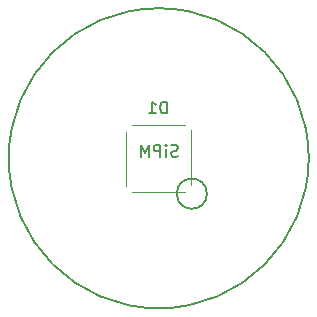
<source format=gbo>
%TF.GenerationSoftware,KiCad,Pcbnew,7.0.6*%
%TF.CreationDate,2023-08-28T22:53:50+01:00*%
%TF.ProjectId,SiPM Bias,5369504d-2042-4696-9173-2e6b69636164,rev?*%
%TF.SameCoordinates,Original*%
%TF.FileFunction,Legend,Bot*%
%TF.FilePolarity,Positive*%
%FSLAX46Y46*%
G04 Gerber Fmt 4.6, Leading zero omitted, Abs format (unit mm)*
G04 Created by KiCad (PCBNEW 7.0.6) date 2023-08-28 22:53:50*
%MOMM*%
%LPD*%
G01*
G04 APERTURE LIST*
%ADD10C,0.150000*%
%ADD11C,0.200000*%
%ADD12C,0.120000*%
G04 APERTURE END LIST*
D10*
X153724754Y-94450001D02*
G75*
G03*
X153724754Y-94450001I-1274754J0D01*
G01*
D11*
X162350001Y-91450001D02*
G75*
G03*
X162350001Y-91450001I-12700000J0D01*
G01*
D10*
X150338095Y-87654820D02*
X150338095Y-86654820D01*
X150338095Y-86654820D02*
X150100000Y-86654820D01*
X150100000Y-86654820D02*
X149957143Y-86702439D01*
X149957143Y-86702439D02*
X149861905Y-86797677D01*
X149861905Y-86797677D02*
X149814286Y-86892915D01*
X149814286Y-86892915D02*
X149766667Y-87083391D01*
X149766667Y-87083391D02*
X149766667Y-87226248D01*
X149766667Y-87226248D02*
X149814286Y-87416724D01*
X149814286Y-87416724D02*
X149861905Y-87511962D01*
X149861905Y-87511962D02*
X149957143Y-87607201D01*
X149957143Y-87607201D02*
X150100000Y-87654820D01*
X150100000Y-87654820D02*
X150338095Y-87654820D01*
X148814286Y-87654820D02*
X149385714Y-87654820D01*
X149100000Y-87654820D02*
X149100000Y-86654820D01*
X149100000Y-86654820D02*
X149195238Y-86797677D01*
X149195238Y-86797677D02*
X149290476Y-86892915D01*
X149290476Y-86892915D02*
X149385714Y-86940534D01*
X151260840Y-91272201D02*
X151117983Y-91319820D01*
X151117983Y-91319820D02*
X150879888Y-91319820D01*
X150879888Y-91319820D02*
X150784650Y-91272201D01*
X150784650Y-91272201D02*
X150737031Y-91224581D01*
X150737031Y-91224581D02*
X150689412Y-91129343D01*
X150689412Y-91129343D02*
X150689412Y-91034105D01*
X150689412Y-91034105D02*
X150737031Y-90938867D01*
X150737031Y-90938867D02*
X150784650Y-90891248D01*
X150784650Y-90891248D02*
X150879888Y-90843629D01*
X150879888Y-90843629D02*
X151070364Y-90796010D01*
X151070364Y-90796010D02*
X151165602Y-90748391D01*
X151165602Y-90748391D02*
X151213221Y-90700772D01*
X151213221Y-90700772D02*
X151260840Y-90605534D01*
X151260840Y-90605534D02*
X151260840Y-90510296D01*
X151260840Y-90510296D02*
X151213221Y-90415058D01*
X151213221Y-90415058D02*
X151165602Y-90367439D01*
X151165602Y-90367439D02*
X151070364Y-90319820D01*
X151070364Y-90319820D02*
X150832269Y-90319820D01*
X150832269Y-90319820D02*
X150689412Y-90367439D01*
X150260840Y-91319820D02*
X150260840Y-90653153D01*
X150260840Y-90319820D02*
X150308459Y-90367439D01*
X150308459Y-90367439D02*
X150260840Y-90415058D01*
X150260840Y-90415058D02*
X150213221Y-90367439D01*
X150213221Y-90367439D02*
X150260840Y-90319820D01*
X150260840Y-90319820D02*
X150260840Y-90415058D01*
X149784650Y-91319820D02*
X149784650Y-90319820D01*
X149784650Y-90319820D02*
X149403698Y-90319820D01*
X149403698Y-90319820D02*
X149308460Y-90367439D01*
X149308460Y-90367439D02*
X149260841Y-90415058D01*
X149260841Y-90415058D02*
X149213222Y-90510296D01*
X149213222Y-90510296D02*
X149213222Y-90653153D01*
X149213222Y-90653153D02*
X149260841Y-90748391D01*
X149260841Y-90748391D02*
X149308460Y-90796010D01*
X149308460Y-90796010D02*
X149403698Y-90843629D01*
X149403698Y-90843629D02*
X149784650Y-90843629D01*
X148784650Y-91319820D02*
X148784650Y-90319820D01*
X148784650Y-90319820D02*
X148451317Y-91034105D01*
X148451317Y-91034105D02*
X148117984Y-90319820D01*
X148117984Y-90319820D02*
X148117984Y-91319820D01*
D12*
%TO.C,D1*%
X146900001Y-89200001D02*
X146900001Y-93800001D01*
X147400001Y-94300001D02*
X151900001Y-94300001D01*
X151900001Y-88600001D02*
X147400001Y-88600001D01*
X152400001Y-93700001D02*
X152400001Y-89100001D01*
%TD*%
M02*

</source>
